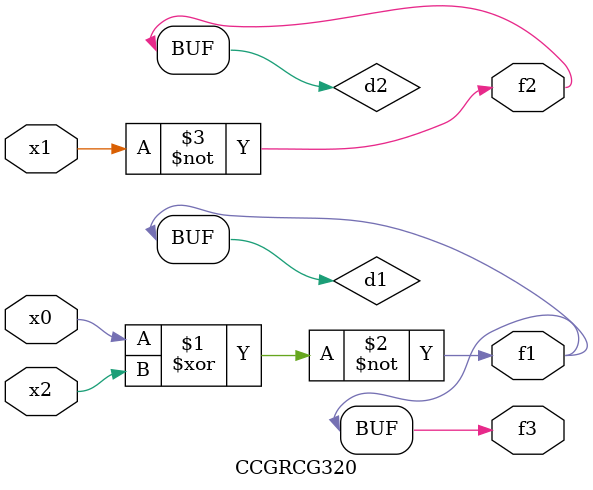
<source format=v>
module CCGRCG320(
	input x0, x1, x2,
	output f1, f2, f3
);

	wire d1, d2, d3;

	xnor (d1, x0, x2);
	nand (d2, x1);
	nor (d3, x1, x2);
	assign f1 = d1;
	assign f2 = d2;
	assign f3 = d1;
endmodule

</source>
